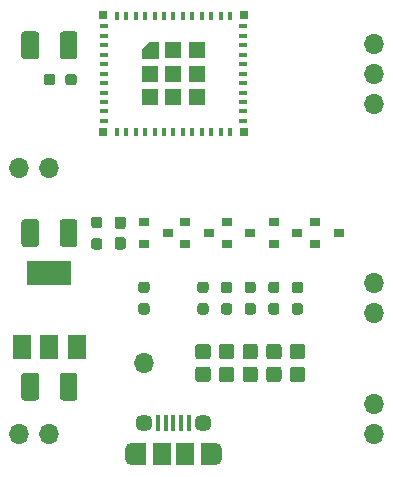
<source format=gts>
G04 #@! TF.GenerationSoftware,KiCad,Pcbnew,5.1.10-88a1d61d58~90~ubuntu20.04.1*
G04 #@! TF.CreationDate,2021-11-08T15:05:55+08:00*
G04 #@! TF.ProjectId,esp32-c3-test,65737033-322d-4633-932d-746573742e6b,rev?*
G04 #@! TF.SameCoordinates,Original*
G04 #@! TF.FileFunction,Soldermask,Top*
G04 #@! TF.FilePolarity,Negative*
%FSLAX46Y46*%
G04 Gerber Fmt 4.6, Leading zero omitted, Abs format (unit mm)*
G04 Created by KiCad (PCBNEW 5.1.10-88a1d61d58~90~ubuntu20.04.1) date 2021-11-08 15:05:55*
%MOMM*%
%LPD*%
G01*
G04 APERTURE LIST*
%ADD10C,0.100000*%
%ADD11R,0.400000X0.800000*%
%ADD12R,0.700000X0.700000*%
%ADD13R,0.800000X0.400000*%
%ADD14R,1.450000X1.450000*%
%ADD15O,1.700000X1.700000*%
%ADD16R,0.900000X0.800000*%
%ADD17R,1.500000X2.000000*%
%ADD18R,3.800000X2.000000*%
%ADD19R,1.200000X1.900000*%
%ADD20O,1.200000X1.900000*%
%ADD21R,1.500000X1.900000*%
%ADD22C,1.450000*%
%ADD23R,0.400000X1.350000*%
G04 APERTURE END LIST*
D10*
G36*
X98750000Y-59750000D02*
G01*
X97300000Y-59750000D01*
X97300000Y-58900000D01*
X97900000Y-58300000D01*
X98750000Y-58300000D01*
X98750000Y-59750000D01*
G37*
D11*
X95200000Y-56100000D03*
X96000000Y-56100000D03*
X96800000Y-56100000D03*
X97600000Y-56100000D03*
X98400000Y-56100000D03*
X99200000Y-56100000D03*
X100000000Y-56100000D03*
X100800000Y-56100000D03*
X101600000Y-56100000D03*
X102400000Y-56100000D03*
X103200000Y-56100000D03*
X104000000Y-56100000D03*
X104800000Y-56100000D03*
X104800000Y-65900000D03*
X104000000Y-65900000D03*
X103200000Y-65900000D03*
X102400000Y-65900000D03*
X101600000Y-65900000D03*
X100800000Y-65900000D03*
X100000000Y-65900000D03*
X99200000Y-65900000D03*
X98400000Y-65900000D03*
X97600000Y-65900000D03*
X96800000Y-65900000D03*
X96000000Y-65900000D03*
X95200000Y-65900000D03*
D12*
X94050000Y-56050000D03*
X94050000Y-65950000D03*
X105950000Y-65950000D03*
X105950000Y-56050000D03*
D13*
X105900000Y-57000000D03*
X105900000Y-57800000D03*
X105900000Y-58600000D03*
X105900000Y-59400000D03*
X105900000Y-60200000D03*
X105900000Y-61000000D03*
X105900000Y-61800000D03*
X105900000Y-62600000D03*
X105900000Y-63400000D03*
X105900000Y-64200000D03*
X105900000Y-65000000D03*
X94100000Y-65000000D03*
X94100000Y-64200000D03*
X94100000Y-63400000D03*
X94100000Y-62600000D03*
X94100000Y-61800000D03*
X94100000Y-61000000D03*
X94100000Y-60200000D03*
X94100000Y-59400000D03*
X94100000Y-58600000D03*
X94100000Y-57800000D03*
X94100000Y-57000000D03*
D14*
X101975000Y-59025000D03*
X100000000Y-59025000D03*
X98025000Y-61000000D03*
X98025000Y-62975000D03*
X100000000Y-62975000D03*
X101975000Y-62975000D03*
X101975000Y-61000000D03*
X100000000Y-61000000D03*
D15*
X117000000Y-91500000D03*
X117000000Y-88960000D03*
X89500000Y-69000000D03*
X86960000Y-69000000D03*
X89500000Y-91500000D03*
X86960000Y-91500000D03*
X97500000Y-85500000D03*
X117000000Y-81270000D03*
X117000000Y-78730000D03*
G36*
G01*
X88625000Y-73575000D02*
X88625000Y-75425000D01*
G75*
G02*
X88375000Y-75675000I-250000J0D01*
G01*
X87375000Y-75675000D01*
G75*
G02*
X87125000Y-75425000I0J250000D01*
G01*
X87125000Y-73575000D01*
G75*
G02*
X87375000Y-73325000I250000J0D01*
G01*
X88375000Y-73325000D01*
G75*
G02*
X88625000Y-73575000I0J-250000D01*
G01*
G37*
G36*
G01*
X91875000Y-73575000D02*
X91875000Y-75425000D01*
G75*
G02*
X91625000Y-75675000I-250000J0D01*
G01*
X90625000Y-75675000D01*
G75*
G02*
X90375000Y-75425000I0J250000D01*
G01*
X90375000Y-73575000D01*
G75*
G02*
X90625000Y-73325000I250000J0D01*
G01*
X91625000Y-73325000D01*
G75*
G02*
X91875000Y-73575000I0J-250000D01*
G01*
G37*
G36*
G01*
X88625000Y-86575000D02*
X88625000Y-88425000D01*
G75*
G02*
X88375000Y-88675000I-250000J0D01*
G01*
X87375000Y-88675000D01*
G75*
G02*
X87125000Y-88425000I0J250000D01*
G01*
X87125000Y-86575000D01*
G75*
G02*
X87375000Y-86325000I250000J0D01*
G01*
X88375000Y-86325000D01*
G75*
G02*
X88625000Y-86575000I0J-250000D01*
G01*
G37*
G36*
G01*
X91875000Y-86575000D02*
X91875000Y-88425000D01*
G75*
G02*
X91625000Y-88675000I-250000J0D01*
G01*
X90625000Y-88675000D01*
G75*
G02*
X90375000Y-88425000I0J250000D01*
G01*
X90375000Y-86575000D01*
G75*
G02*
X90625000Y-86325000I250000J0D01*
G01*
X91625000Y-86325000D01*
G75*
G02*
X91875000Y-86575000I0J-250000D01*
G01*
G37*
G36*
G01*
X88625000Y-57675000D02*
X88625000Y-59525000D01*
G75*
G02*
X88375000Y-59775000I-250000J0D01*
G01*
X87375000Y-59775000D01*
G75*
G02*
X87125000Y-59525000I0J250000D01*
G01*
X87125000Y-57675000D01*
G75*
G02*
X87375000Y-57425000I250000J0D01*
G01*
X88375000Y-57425000D01*
G75*
G02*
X88625000Y-57675000I0J-250000D01*
G01*
G37*
G36*
G01*
X91875000Y-57675000D02*
X91875000Y-59525000D01*
G75*
G02*
X91625000Y-59775000I-250000J0D01*
G01*
X90625000Y-59775000D01*
G75*
G02*
X90375000Y-59525000I0J250000D01*
G01*
X90375000Y-57675000D01*
G75*
G02*
X90625000Y-57425000I250000J0D01*
G01*
X91625000Y-57425000D01*
G75*
G02*
X91875000Y-57675000I0J-250000D01*
G01*
G37*
X117000000Y-58460000D03*
X117000000Y-61000000D03*
X117000000Y-63540000D03*
G36*
G01*
X89987500Y-61262500D02*
X89987500Y-61737500D01*
G75*
G02*
X89750000Y-61975000I-237500J0D01*
G01*
X89250000Y-61975000D01*
G75*
G02*
X89012500Y-61737500I0J237500D01*
G01*
X89012500Y-61262500D01*
G75*
G02*
X89250000Y-61025000I237500J0D01*
G01*
X89750000Y-61025000D01*
G75*
G02*
X89987500Y-61262500I0J-237500D01*
G01*
G37*
G36*
G01*
X91812500Y-61262500D02*
X91812500Y-61737500D01*
G75*
G02*
X91575000Y-61975000I-237500J0D01*
G01*
X91075000Y-61975000D01*
G75*
G02*
X90837500Y-61737500I0J237500D01*
G01*
X90837500Y-61262500D01*
G75*
G02*
X91075000Y-61025000I237500J0D01*
G01*
X91575000Y-61025000D01*
G75*
G02*
X91812500Y-61262500I0J-237500D01*
G01*
G37*
G36*
G01*
X95262500Y-74825000D02*
X95737500Y-74825000D01*
G75*
G02*
X95975000Y-75062500I0J-237500D01*
G01*
X95975000Y-75662500D01*
G75*
G02*
X95737500Y-75900000I-237500J0D01*
G01*
X95262500Y-75900000D01*
G75*
G02*
X95025000Y-75662500I0J237500D01*
G01*
X95025000Y-75062500D01*
G75*
G02*
X95262500Y-74825000I237500J0D01*
G01*
G37*
G36*
G01*
X95262500Y-73100000D02*
X95737500Y-73100000D01*
G75*
G02*
X95975000Y-73337500I0J-237500D01*
G01*
X95975000Y-73937500D01*
G75*
G02*
X95737500Y-74175000I-237500J0D01*
G01*
X95262500Y-74175000D01*
G75*
G02*
X95025000Y-73937500I0J237500D01*
G01*
X95025000Y-73337500D01*
G75*
G02*
X95262500Y-73100000I237500J0D01*
G01*
G37*
G36*
G01*
X93737500Y-74075000D02*
X93262500Y-74075000D01*
G75*
G02*
X93025000Y-73837500I0J237500D01*
G01*
X93025000Y-73337500D01*
G75*
G02*
X93262500Y-73100000I237500J0D01*
G01*
X93737500Y-73100000D01*
G75*
G02*
X93975000Y-73337500I0J-237500D01*
G01*
X93975000Y-73837500D01*
G75*
G02*
X93737500Y-74075000I-237500J0D01*
G01*
G37*
G36*
G01*
X93737500Y-75900000D02*
X93262500Y-75900000D01*
G75*
G02*
X93025000Y-75662500I0J237500D01*
G01*
X93025000Y-75162500D01*
G75*
G02*
X93262500Y-74925000I237500J0D01*
G01*
X93737500Y-74925000D01*
G75*
G02*
X93975000Y-75162500I0J-237500D01*
G01*
X93975000Y-75662500D01*
G75*
G02*
X93737500Y-75900000I-237500J0D01*
G01*
G37*
D16*
X114000000Y-74500000D03*
X112000000Y-75450000D03*
X112000000Y-73550000D03*
X110500000Y-74500000D03*
X108500000Y-75450000D03*
X108500000Y-73550000D03*
X106500000Y-74500000D03*
X104500000Y-75450000D03*
X104500000Y-73550000D03*
X103000000Y-74500000D03*
X101000000Y-75450000D03*
X101000000Y-73550000D03*
X99500000Y-74500000D03*
X97500000Y-75450000D03*
X97500000Y-73550000D03*
D17*
X87200000Y-84150000D03*
X91800000Y-84150000D03*
X89500000Y-84150000D03*
D18*
X89500000Y-77850000D03*
G36*
G01*
X110737500Y-79575000D02*
X110262500Y-79575000D01*
G75*
G02*
X110025000Y-79337500I0J237500D01*
G01*
X110025000Y-78837500D01*
G75*
G02*
X110262500Y-78600000I237500J0D01*
G01*
X110737500Y-78600000D01*
G75*
G02*
X110975000Y-78837500I0J-237500D01*
G01*
X110975000Y-79337500D01*
G75*
G02*
X110737500Y-79575000I-237500J0D01*
G01*
G37*
G36*
G01*
X110737500Y-81400000D02*
X110262500Y-81400000D01*
G75*
G02*
X110025000Y-81162500I0J237500D01*
G01*
X110025000Y-80662500D01*
G75*
G02*
X110262500Y-80425000I237500J0D01*
G01*
X110737500Y-80425000D01*
G75*
G02*
X110975000Y-80662500I0J-237500D01*
G01*
X110975000Y-81162500D01*
G75*
G02*
X110737500Y-81400000I-237500J0D01*
G01*
G37*
G36*
G01*
X108737500Y-79575000D02*
X108262500Y-79575000D01*
G75*
G02*
X108025000Y-79337500I0J237500D01*
G01*
X108025000Y-78837500D01*
G75*
G02*
X108262500Y-78600000I237500J0D01*
G01*
X108737500Y-78600000D01*
G75*
G02*
X108975000Y-78837500I0J-237500D01*
G01*
X108975000Y-79337500D01*
G75*
G02*
X108737500Y-79575000I-237500J0D01*
G01*
G37*
G36*
G01*
X108737500Y-81400000D02*
X108262500Y-81400000D01*
G75*
G02*
X108025000Y-81162500I0J237500D01*
G01*
X108025000Y-80662500D01*
G75*
G02*
X108262500Y-80425000I237500J0D01*
G01*
X108737500Y-80425000D01*
G75*
G02*
X108975000Y-80662500I0J-237500D01*
G01*
X108975000Y-81162500D01*
G75*
G02*
X108737500Y-81400000I-237500J0D01*
G01*
G37*
G36*
G01*
X106737500Y-79575000D02*
X106262500Y-79575000D01*
G75*
G02*
X106025000Y-79337500I0J237500D01*
G01*
X106025000Y-78837500D01*
G75*
G02*
X106262500Y-78600000I237500J0D01*
G01*
X106737500Y-78600000D01*
G75*
G02*
X106975000Y-78837500I0J-237500D01*
G01*
X106975000Y-79337500D01*
G75*
G02*
X106737500Y-79575000I-237500J0D01*
G01*
G37*
G36*
G01*
X106737500Y-81400000D02*
X106262500Y-81400000D01*
G75*
G02*
X106025000Y-81162500I0J237500D01*
G01*
X106025000Y-80662500D01*
G75*
G02*
X106262500Y-80425000I237500J0D01*
G01*
X106737500Y-80425000D01*
G75*
G02*
X106975000Y-80662500I0J-237500D01*
G01*
X106975000Y-81162500D01*
G75*
G02*
X106737500Y-81400000I-237500J0D01*
G01*
G37*
G36*
G01*
X104737500Y-79575000D02*
X104262500Y-79575000D01*
G75*
G02*
X104025000Y-79337500I0J237500D01*
G01*
X104025000Y-78837500D01*
G75*
G02*
X104262500Y-78600000I237500J0D01*
G01*
X104737500Y-78600000D01*
G75*
G02*
X104975000Y-78837500I0J-237500D01*
G01*
X104975000Y-79337500D01*
G75*
G02*
X104737500Y-79575000I-237500J0D01*
G01*
G37*
G36*
G01*
X104737500Y-81400000D02*
X104262500Y-81400000D01*
G75*
G02*
X104025000Y-81162500I0J237500D01*
G01*
X104025000Y-80662500D01*
G75*
G02*
X104262500Y-80425000I237500J0D01*
G01*
X104737500Y-80425000D01*
G75*
G02*
X104975000Y-80662500I0J-237500D01*
G01*
X104975000Y-81162500D01*
G75*
G02*
X104737500Y-81400000I-237500J0D01*
G01*
G37*
G36*
G01*
X102737500Y-79575000D02*
X102262500Y-79575000D01*
G75*
G02*
X102025000Y-79337500I0J237500D01*
G01*
X102025000Y-78837500D01*
G75*
G02*
X102262500Y-78600000I237500J0D01*
G01*
X102737500Y-78600000D01*
G75*
G02*
X102975000Y-78837500I0J-237500D01*
G01*
X102975000Y-79337500D01*
G75*
G02*
X102737500Y-79575000I-237500J0D01*
G01*
G37*
G36*
G01*
X102737500Y-81400000D02*
X102262500Y-81400000D01*
G75*
G02*
X102025000Y-81162500I0J237500D01*
G01*
X102025000Y-80662500D01*
G75*
G02*
X102262500Y-80425000I237500J0D01*
G01*
X102737500Y-80425000D01*
G75*
G02*
X102975000Y-80662500I0J-237500D01*
G01*
X102975000Y-81162500D01*
G75*
G02*
X102737500Y-81400000I-237500J0D01*
G01*
G37*
G36*
G01*
X97262500Y-80425000D02*
X97737500Y-80425000D01*
G75*
G02*
X97975000Y-80662500I0J-237500D01*
G01*
X97975000Y-81162500D01*
G75*
G02*
X97737500Y-81400000I-237500J0D01*
G01*
X97262500Y-81400000D01*
G75*
G02*
X97025000Y-81162500I0J237500D01*
G01*
X97025000Y-80662500D01*
G75*
G02*
X97262500Y-80425000I237500J0D01*
G01*
G37*
G36*
G01*
X97262500Y-78600000D02*
X97737500Y-78600000D01*
G75*
G02*
X97975000Y-78837500I0J-237500D01*
G01*
X97975000Y-79337500D01*
G75*
G02*
X97737500Y-79575000I-237500J0D01*
G01*
X97262500Y-79575000D01*
G75*
G02*
X97025000Y-79337500I0J237500D01*
G01*
X97025000Y-78837500D01*
G75*
G02*
X97262500Y-78600000I237500J0D01*
G01*
G37*
D19*
X97100000Y-93237500D03*
X102900000Y-93237500D03*
D20*
X103500000Y-93237500D03*
X96500000Y-93237500D03*
D21*
X99000000Y-93237500D03*
D22*
X102500000Y-90537500D03*
D23*
X100000000Y-90537500D03*
X100650000Y-90537500D03*
X101300000Y-90537500D03*
X98700000Y-90537500D03*
X99350000Y-90537500D03*
D22*
X97500000Y-90537500D03*
D21*
X101000000Y-93237500D03*
G36*
G01*
X110099999Y-85800000D02*
X110900001Y-85800000D01*
G75*
G02*
X111150000Y-86049999I0J-249999D01*
G01*
X111150000Y-86875001D01*
G75*
G02*
X110900001Y-87125000I-249999J0D01*
G01*
X110099999Y-87125000D01*
G75*
G02*
X109850000Y-86875001I0J249999D01*
G01*
X109850000Y-86049999D01*
G75*
G02*
X110099999Y-85800000I249999J0D01*
G01*
G37*
G36*
G01*
X110099999Y-83875000D02*
X110900001Y-83875000D01*
G75*
G02*
X111150000Y-84124999I0J-249999D01*
G01*
X111150000Y-84950001D01*
G75*
G02*
X110900001Y-85200000I-249999J0D01*
G01*
X110099999Y-85200000D01*
G75*
G02*
X109850000Y-84950001I0J249999D01*
G01*
X109850000Y-84124999D01*
G75*
G02*
X110099999Y-83875000I249999J0D01*
G01*
G37*
G36*
G01*
X108099999Y-85800000D02*
X108900001Y-85800000D01*
G75*
G02*
X109150000Y-86049999I0J-249999D01*
G01*
X109150000Y-86875001D01*
G75*
G02*
X108900001Y-87125000I-249999J0D01*
G01*
X108099999Y-87125000D01*
G75*
G02*
X107850000Y-86875001I0J249999D01*
G01*
X107850000Y-86049999D01*
G75*
G02*
X108099999Y-85800000I249999J0D01*
G01*
G37*
G36*
G01*
X108099999Y-83875000D02*
X108900001Y-83875000D01*
G75*
G02*
X109150000Y-84124999I0J-249999D01*
G01*
X109150000Y-84950001D01*
G75*
G02*
X108900001Y-85200000I-249999J0D01*
G01*
X108099999Y-85200000D01*
G75*
G02*
X107850000Y-84950001I0J249999D01*
G01*
X107850000Y-84124999D01*
G75*
G02*
X108099999Y-83875000I249999J0D01*
G01*
G37*
G36*
G01*
X106099999Y-85800000D02*
X106900001Y-85800000D01*
G75*
G02*
X107150000Y-86049999I0J-249999D01*
G01*
X107150000Y-86875001D01*
G75*
G02*
X106900001Y-87125000I-249999J0D01*
G01*
X106099999Y-87125000D01*
G75*
G02*
X105850000Y-86875001I0J249999D01*
G01*
X105850000Y-86049999D01*
G75*
G02*
X106099999Y-85800000I249999J0D01*
G01*
G37*
G36*
G01*
X106099999Y-83875000D02*
X106900001Y-83875000D01*
G75*
G02*
X107150000Y-84124999I0J-249999D01*
G01*
X107150000Y-84950001D01*
G75*
G02*
X106900001Y-85200000I-249999J0D01*
G01*
X106099999Y-85200000D01*
G75*
G02*
X105850000Y-84950001I0J249999D01*
G01*
X105850000Y-84124999D01*
G75*
G02*
X106099999Y-83875000I249999J0D01*
G01*
G37*
G36*
G01*
X104099999Y-85800000D02*
X104900001Y-85800000D01*
G75*
G02*
X105150000Y-86049999I0J-249999D01*
G01*
X105150000Y-86875001D01*
G75*
G02*
X104900001Y-87125000I-249999J0D01*
G01*
X104099999Y-87125000D01*
G75*
G02*
X103850000Y-86875001I0J249999D01*
G01*
X103850000Y-86049999D01*
G75*
G02*
X104099999Y-85800000I249999J0D01*
G01*
G37*
G36*
G01*
X104099999Y-83875000D02*
X104900001Y-83875000D01*
G75*
G02*
X105150000Y-84124999I0J-249999D01*
G01*
X105150000Y-84950001D01*
G75*
G02*
X104900001Y-85200000I-249999J0D01*
G01*
X104099999Y-85200000D01*
G75*
G02*
X103850000Y-84950001I0J249999D01*
G01*
X103850000Y-84124999D01*
G75*
G02*
X104099999Y-83875000I249999J0D01*
G01*
G37*
G36*
G01*
X102099999Y-85800000D02*
X102900001Y-85800000D01*
G75*
G02*
X103150000Y-86049999I0J-249999D01*
G01*
X103150000Y-86875001D01*
G75*
G02*
X102900001Y-87125000I-249999J0D01*
G01*
X102099999Y-87125000D01*
G75*
G02*
X101850000Y-86875001I0J249999D01*
G01*
X101850000Y-86049999D01*
G75*
G02*
X102099999Y-85800000I249999J0D01*
G01*
G37*
G36*
G01*
X102099999Y-83875000D02*
X102900001Y-83875000D01*
G75*
G02*
X103150000Y-84124999I0J-249999D01*
G01*
X103150000Y-84950001D01*
G75*
G02*
X102900001Y-85200000I-249999J0D01*
G01*
X102099999Y-85200000D01*
G75*
G02*
X101850000Y-84950001I0J249999D01*
G01*
X101850000Y-84124999D01*
G75*
G02*
X102099999Y-83875000I249999J0D01*
G01*
G37*
M02*

</source>
